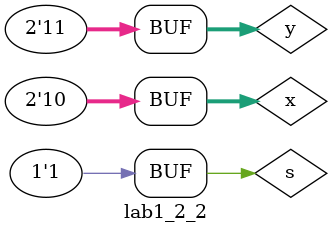
<source format=v>
`timescale 1ns / 1ps


module lab1_2_2(

    );
    reg [1:0] x, y;
	reg s;
    wire [1:0] m;
    
    Lab2_4verilog DUT (.x(x), .y(y), .s(s), .m(m));
    
    initial
    begin
      x = 0; y = 0; s = 0;
      #10 x = 1;
      #10 y = 1;
      #10 x = 3; y = 0;
      #10 x = 2; y = 3;
      #10 s = 1;
      #10 x = 1;
      #10 y = 1;
      #10 x = 3; y = 0;
      #10 x = 2; y = 3;
	#20;
    end

endmodule

</source>
